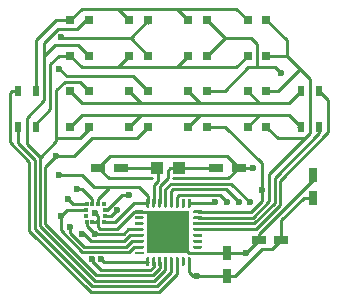
<source format=gbl>
G04 #@! TF.GenerationSoftware,KiCad,Pcbnew,5.1.6*
G04 #@! TF.CreationDate,2020-07-17T21:44:09+02:00*
G04 #@! TF.ProjectId,Watch,57617463-682e-46b6-9963-61645f706362,rev?*
G04 #@! TF.SameCoordinates,Original*
G04 #@! TF.FileFunction,Copper,L2,Bot*
G04 #@! TF.FilePolarity,Positive*
%FSLAX46Y46*%
G04 Gerber Fmt 4.6, Leading zero omitted, Abs format (unit mm)*
G04 Created by KiCad (PCBNEW 5.1.6) date 2020-07-17 21:44:09*
%MOMM*%
%LPD*%
G01*
G04 APERTURE LIST*
G04 #@! TA.AperFunction,SMDPad,CuDef*
%ADD10R,0.300000X0.350000*%
G04 #@! TD*
G04 #@! TA.AperFunction,SMDPad,CuDef*
%ADD11R,1.200000X0.750000*%
G04 #@! TD*
G04 #@! TA.AperFunction,SMDPad,CuDef*
%ADD12R,0.750000X1.200000*%
G04 #@! TD*
G04 #@! TA.AperFunction,SMDPad,CuDef*
%ADD13R,0.800000X0.800000*%
G04 #@! TD*
G04 #@! TA.AperFunction,SMDPad,CuDef*
%ADD14R,0.500000X0.900000*%
G04 #@! TD*
G04 #@! TA.AperFunction,SMDPad,CuDef*
%ADD15R,1.050000X1.100000*%
G04 #@! TD*
G04 #@! TA.AperFunction,SMDPad,CuDef*
%ADD16R,3.650000X3.650000*%
G04 #@! TD*
G04 #@! TA.AperFunction,ViaPad*
%ADD17C,0.600000*%
G04 #@! TD*
G04 #@! TA.AperFunction,Conductor*
%ADD18C,0.250000*%
G04 #@! TD*
G04 APERTURE END LIST*
D10*
X130543000Y-106557000D03*
X130543000Y-107057000D03*
X130568000Y-107582000D03*
X131068000Y-107582000D03*
X131568000Y-107582000D03*
X132068000Y-107582000D03*
X132093000Y-107057000D03*
X132093000Y-106557000D03*
X132068000Y-106032000D03*
X131568000Y-106032000D03*
X131068000Y-106032000D03*
X130568000Y-106032000D03*
D11*
X147061000Y-109093000D03*
X145161000Y-109093000D03*
D12*
X142494000Y-112136000D03*
X142494000Y-110236000D03*
X149733000Y-105537000D03*
X149733000Y-103637000D03*
D11*
X141550000Y-103000000D03*
X143450000Y-103000000D03*
X133450000Y-103000000D03*
X131550000Y-103000000D03*
D13*
X145800000Y-90500000D03*
X144200000Y-90500000D03*
X145800000Y-93500000D03*
X144200000Y-93500000D03*
X145800000Y-96500000D03*
X144200000Y-96500000D03*
X145800000Y-99500000D03*
X144200000Y-99500000D03*
X140800000Y-90500000D03*
X139200000Y-90500000D03*
X140800000Y-93500000D03*
X139200000Y-93500000D03*
X140800000Y-96500000D03*
X139200000Y-96500000D03*
X140800000Y-99500000D03*
X139200000Y-99500000D03*
X135800000Y-90500000D03*
X134200000Y-90500000D03*
X135800000Y-93500000D03*
X134200000Y-93500000D03*
X135800000Y-96500000D03*
X134200000Y-96500000D03*
X135800000Y-99500000D03*
X134200000Y-99500000D03*
X130800000Y-90500000D03*
X129200000Y-90500000D03*
X130800000Y-93500000D03*
X129200000Y-93500000D03*
X130800000Y-96500000D03*
X129200000Y-96500000D03*
X130800000Y-99500000D03*
X129200000Y-99500000D03*
D14*
X126250000Y-96500000D03*
X124750000Y-96500000D03*
X126250000Y-99500000D03*
X124750000Y-99500000D03*
X148750000Y-96500000D03*
X150250000Y-96500000D03*
X148750000Y-99500000D03*
X150250000Y-99500000D03*
D15*
X136575000Y-103000000D03*
X138425000Y-103000000D03*
G04 #@! TA.AperFunction,SMDPad,CuDef*
G36*
G01*
X135687500Y-105608000D02*
X135812500Y-105608000D01*
G75*
G02*
X135875000Y-105670500I0J-62500D01*
G01*
X135875000Y-106295500D01*
G75*
G02*
X135812500Y-106358000I-62500J0D01*
G01*
X135687500Y-106358000D01*
G75*
G02*
X135625000Y-106295500I0J62500D01*
G01*
X135625000Y-105670500D01*
G75*
G02*
X135687500Y-105608000I62500J0D01*
G01*
G37*
G04 #@! TD.AperFunction*
G04 #@! TA.AperFunction,SMDPad,CuDef*
G36*
G01*
X136187500Y-105608000D02*
X136312500Y-105608000D01*
G75*
G02*
X136375000Y-105670500I0J-62500D01*
G01*
X136375000Y-106295500D01*
G75*
G02*
X136312500Y-106358000I-62500J0D01*
G01*
X136187500Y-106358000D01*
G75*
G02*
X136125000Y-106295500I0J62500D01*
G01*
X136125000Y-105670500D01*
G75*
G02*
X136187500Y-105608000I62500J0D01*
G01*
G37*
G04 #@! TD.AperFunction*
G04 #@! TA.AperFunction,SMDPad,CuDef*
G36*
G01*
X136687500Y-105608000D02*
X136812500Y-105608000D01*
G75*
G02*
X136875000Y-105670500I0J-62500D01*
G01*
X136875000Y-106295500D01*
G75*
G02*
X136812500Y-106358000I-62500J0D01*
G01*
X136687500Y-106358000D01*
G75*
G02*
X136625000Y-106295500I0J62500D01*
G01*
X136625000Y-105670500D01*
G75*
G02*
X136687500Y-105608000I62500J0D01*
G01*
G37*
G04 #@! TD.AperFunction*
G04 #@! TA.AperFunction,SMDPad,CuDef*
G36*
G01*
X137187500Y-105608000D02*
X137312500Y-105608000D01*
G75*
G02*
X137375000Y-105670500I0J-62500D01*
G01*
X137375000Y-106295500D01*
G75*
G02*
X137312500Y-106358000I-62500J0D01*
G01*
X137187500Y-106358000D01*
G75*
G02*
X137125000Y-106295500I0J62500D01*
G01*
X137125000Y-105670500D01*
G75*
G02*
X137187500Y-105608000I62500J0D01*
G01*
G37*
G04 #@! TD.AperFunction*
G04 #@! TA.AperFunction,SMDPad,CuDef*
G36*
G01*
X137687500Y-105608000D02*
X137812500Y-105608000D01*
G75*
G02*
X137875000Y-105670500I0J-62500D01*
G01*
X137875000Y-106295500D01*
G75*
G02*
X137812500Y-106358000I-62500J0D01*
G01*
X137687500Y-106358000D01*
G75*
G02*
X137625000Y-106295500I0J62500D01*
G01*
X137625000Y-105670500D01*
G75*
G02*
X137687500Y-105608000I62500J0D01*
G01*
G37*
G04 #@! TD.AperFunction*
G04 #@! TA.AperFunction,SMDPad,CuDef*
G36*
G01*
X138187500Y-105608000D02*
X138312500Y-105608000D01*
G75*
G02*
X138375000Y-105670500I0J-62500D01*
G01*
X138375000Y-106295500D01*
G75*
G02*
X138312500Y-106358000I-62500J0D01*
G01*
X138187500Y-106358000D01*
G75*
G02*
X138125000Y-106295500I0J62500D01*
G01*
X138125000Y-105670500D01*
G75*
G02*
X138187500Y-105608000I62500J0D01*
G01*
G37*
G04 #@! TD.AperFunction*
G04 #@! TA.AperFunction,SMDPad,CuDef*
G36*
G01*
X138687500Y-105608000D02*
X138812500Y-105608000D01*
G75*
G02*
X138875000Y-105670500I0J-62500D01*
G01*
X138875000Y-106295500D01*
G75*
G02*
X138812500Y-106358000I-62500J0D01*
G01*
X138687500Y-106358000D01*
G75*
G02*
X138625000Y-106295500I0J62500D01*
G01*
X138625000Y-105670500D01*
G75*
G02*
X138687500Y-105608000I62500J0D01*
G01*
G37*
G04 #@! TD.AperFunction*
G04 #@! TA.AperFunction,SMDPad,CuDef*
G36*
G01*
X139187500Y-105608000D02*
X139312500Y-105608000D01*
G75*
G02*
X139375000Y-105670500I0J-62500D01*
G01*
X139375000Y-106295500D01*
G75*
G02*
X139312500Y-106358000I-62500J0D01*
G01*
X139187500Y-106358000D01*
G75*
G02*
X139125000Y-106295500I0J62500D01*
G01*
X139125000Y-105670500D01*
G75*
G02*
X139187500Y-105608000I62500J0D01*
G01*
G37*
G04 #@! TD.AperFunction*
G04 #@! TA.AperFunction,SMDPad,CuDef*
G36*
G01*
X139662500Y-106583000D02*
X140287500Y-106583000D01*
G75*
G02*
X140350000Y-106645500I0J-62500D01*
G01*
X140350000Y-106770500D01*
G75*
G02*
X140287500Y-106833000I-62500J0D01*
G01*
X139662500Y-106833000D01*
G75*
G02*
X139600000Y-106770500I0J62500D01*
G01*
X139600000Y-106645500D01*
G75*
G02*
X139662500Y-106583000I62500J0D01*
G01*
G37*
G04 #@! TD.AperFunction*
G04 #@! TA.AperFunction,SMDPad,CuDef*
G36*
G01*
X139662500Y-107083000D02*
X140287500Y-107083000D01*
G75*
G02*
X140350000Y-107145500I0J-62500D01*
G01*
X140350000Y-107270500D01*
G75*
G02*
X140287500Y-107333000I-62500J0D01*
G01*
X139662500Y-107333000D01*
G75*
G02*
X139600000Y-107270500I0J62500D01*
G01*
X139600000Y-107145500D01*
G75*
G02*
X139662500Y-107083000I62500J0D01*
G01*
G37*
G04 #@! TD.AperFunction*
G04 #@! TA.AperFunction,SMDPad,CuDef*
G36*
G01*
X139662500Y-107583000D02*
X140287500Y-107583000D01*
G75*
G02*
X140350000Y-107645500I0J-62500D01*
G01*
X140350000Y-107770500D01*
G75*
G02*
X140287500Y-107833000I-62500J0D01*
G01*
X139662500Y-107833000D01*
G75*
G02*
X139600000Y-107770500I0J62500D01*
G01*
X139600000Y-107645500D01*
G75*
G02*
X139662500Y-107583000I62500J0D01*
G01*
G37*
G04 #@! TD.AperFunction*
G04 #@! TA.AperFunction,SMDPad,CuDef*
G36*
G01*
X139662500Y-108083000D02*
X140287500Y-108083000D01*
G75*
G02*
X140350000Y-108145500I0J-62500D01*
G01*
X140350000Y-108270500D01*
G75*
G02*
X140287500Y-108333000I-62500J0D01*
G01*
X139662500Y-108333000D01*
G75*
G02*
X139600000Y-108270500I0J62500D01*
G01*
X139600000Y-108145500D01*
G75*
G02*
X139662500Y-108083000I62500J0D01*
G01*
G37*
G04 #@! TD.AperFunction*
G04 #@! TA.AperFunction,SMDPad,CuDef*
G36*
G01*
X139662500Y-108583000D02*
X140287500Y-108583000D01*
G75*
G02*
X140350000Y-108645500I0J-62500D01*
G01*
X140350000Y-108770500D01*
G75*
G02*
X140287500Y-108833000I-62500J0D01*
G01*
X139662500Y-108833000D01*
G75*
G02*
X139600000Y-108770500I0J62500D01*
G01*
X139600000Y-108645500D01*
G75*
G02*
X139662500Y-108583000I62500J0D01*
G01*
G37*
G04 #@! TD.AperFunction*
G04 #@! TA.AperFunction,SMDPad,CuDef*
G36*
G01*
X139662500Y-109083000D02*
X140287500Y-109083000D01*
G75*
G02*
X140350000Y-109145500I0J-62500D01*
G01*
X140350000Y-109270500D01*
G75*
G02*
X140287500Y-109333000I-62500J0D01*
G01*
X139662500Y-109333000D01*
G75*
G02*
X139600000Y-109270500I0J62500D01*
G01*
X139600000Y-109145500D01*
G75*
G02*
X139662500Y-109083000I62500J0D01*
G01*
G37*
G04 #@! TD.AperFunction*
G04 #@! TA.AperFunction,SMDPad,CuDef*
G36*
G01*
X139662500Y-109583000D02*
X140287500Y-109583000D01*
G75*
G02*
X140350000Y-109645500I0J-62500D01*
G01*
X140350000Y-109770500D01*
G75*
G02*
X140287500Y-109833000I-62500J0D01*
G01*
X139662500Y-109833000D01*
G75*
G02*
X139600000Y-109770500I0J62500D01*
G01*
X139600000Y-109645500D01*
G75*
G02*
X139662500Y-109583000I62500J0D01*
G01*
G37*
G04 #@! TD.AperFunction*
G04 #@! TA.AperFunction,SMDPad,CuDef*
G36*
G01*
X139662500Y-110083000D02*
X140287500Y-110083000D01*
G75*
G02*
X140350000Y-110145500I0J-62500D01*
G01*
X140350000Y-110270500D01*
G75*
G02*
X140287500Y-110333000I-62500J0D01*
G01*
X139662500Y-110333000D01*
G75*
G02*
X139600000Y-110270500I0J62500D01*
G01*
X139600000Y-110145500D01*
G75*
G02*
X139662500Y-110083000I62500J0D01*
G01*
G37*
G04 #@! TD.AperFunction*
G04 #@! TA.AperFunction,SMDPad,CuDef*
G36*
G01*
X139187500Y-110558000D02*
X139312500Y-110558000D01*
G75*
G02*
X139375000Y-110620500I0J-62500D01*
G01*
X139375000Y-111245500D01*
G75*
G02*
X139312500Y-111308000I-62500J0D01*
G01*
X139187500Y-111308000D01*
G75*
G02*
X139125000Y-111245500I0J62500D01*
G01*
X139125000Y-110620500D01*
G75*
G02*
X139187500Y-110558000I62500J0D01*
G01*
G37*
G04 #@! TD.AperFunction*
G04 #@! TA.AperFunction,SMDPad,CuDef*
G36*
G01*
X138687500Y-110558000D02*
X138812500Y-110558000D01*
G75*
G02*
X138875000Y-110620500I0J-62500D01*
G01*
X138875000Y-111245500D01*
G75*
G02*
X138812500Y-111308000I-62500J0D01*
G01*
X138687500Y-111308000D01*
G75*
G02*
X138625000Y-111245500I0J62500D01*
G01*
X138625000Y-110620500D01*
G75*
G02*
X138687500Y-110558000I62500J0D01*
G01*
G37*
G04 #@! TD.AperFunction*
G04 #@! TA.AperFunction,SMDPad,CuDef*
G36*
G01*
X138187500Y-110558000D02*
X138312500Y-110558000D01*
G75*
G02*
X138375000Y-110620500I0J-62500D01*
G01*
X138375000Y-111245500D01*
G75*
G02*
X138312500Y-111308000I-62500J0D01*
G01*
X138187500Y-111308000D01*
G75*
G02*
X138125000Y-111245500I0J62500D01*
G01*
X138125000Y-110620500D01*
G75*
G02*
X138187500Y-110558000I62500J0D01*
G01*
G37*
G04 #@! TD.AperFunction*
G04 #@! TA.AperFunction,SMDPad,CuDef*
G36*
G01*
X137687500Y-110558000D02*
X137812500Y-110558000D01*
G75*
G02*
X137875000Y-110620500I0J-62500D01*
G01*
X137875000Y-111245500D01*
G75*
G02*
X137812500Y-111308000I-62500J0D01*
G01*
X137687500Y-111308000D01*
G75*
G02*
X137625000Y-111245500I0J62500D01*
G01*
X137625000Y-110620500D01*
G75*
G02*
X137687500Y-110558000I62500J0D01*
G01*
G37*
G04 #@! TD.AperFunction*
G04 #@! TA.AperFunction,SMDPad,CuDef*
G36*
G01*
X137187500Y-110558000D02*
X137312500Y-110558000D01*
G75*
G02*
X137375000Y-110620500I0J-62500D01*
G01*
X137375000Y-111245500D01*
G75*
G02*
X137312500Y-111308000I-62500J0D01*
G01*
X137187500Y-111308000D01*
G75*
G02*
X137125000Y-111245500I0J62500D01*
G01*
X137125000Y-110620500D01*
G75*
G02*
X137187500Y-110558000I62500J0D01*
G01*
G37*
G04 #@! TD.AperFunction*
G04 #@! TA.AperFunction,SMDPad,CuDef*
G36*
G01*
X136687500Y-110558000D02*
X136812500Y-110558000D01*
G75*
G02*
X136875000Y-110620500I0J-62500D01*
G01*
X136875000Y-111245500D01*
G75*
G02*
X136812500Y-111308000I-62500J0D01*
G01*
X136687500Y-111308000D01*
G75*
G02*
X136625000Y-111245500I0J62500D01*
G01*
X136625000Y-110620500D01*
G75*
G02*
X136687500Y-110558000I62500J0D01*
G01*
G37*
G04 #@! TD.AperFunction*
G04 #@! TA.AperFunction,SMDPad,CuDef*
G36*
G01*
X136187500Y-110558000D02*
X136312500Y-110558000D01*
G75*
G02*
X136375000Y-110620500I0J-62500D01*
G01*
X136375000Y-111245500D01*
G75*
G02*
X136312500Y-111308000I-62500J0D01*
G01*
X136187500Y-111308000D01*
G75*
G02*
X136125000Y-111245500I0J62500D01*
G01*
X136125000Y-110620500D01*
G75*
G02*
X136187500Y-110558000I62500J0D01*
G01*
G37*
G04 #@! TD.AperFunction*
G04 #@! TA.AperFunction,SMDPad,CuDef*
G36*
G01*
X135687500Y-110558000D02*
X135812500Y-110558000D01*
G75*
G02*
X135875000Y-110620500I0J-62500D01*
G01*
X135875000Y-111245500D01*
G75*
G02*
X135812500Y-111308000I-62500J0D01*
G01*
X135687500Y-111308000D01*
G75*
G02*
X135625000Y-111245500I0J62500D01*
G01*
X135625000Y-110620500D01*
G75*
G02*
X135687500Y-110558000I62500J0D01*
G01*
G37*
G04 #@! TD.AperFunction*
G04 #@! TA.AperFunction,SMDPad,CuDef*
G36*
G01*
X134712500Y-110083000D02*
X135337500Y-110083000D01*
G75*
G02*
X135400000Y-110145500I0J-62500D01*
G01*
X135400000Y-110270500D01*
G75*
G02*
X135337500Y-110333000I-62500J0D01*
G01*
X134712500Y-110333000D01*
G75*
G02*
X134650000Y-110270500I0J62500D01*
G01*
X134650000Y-110145500D01*
G75*
G02*
X134712500Y-110083000I62500J0D01*
G01*
G37*
G04 #@! TD.AperFunction*
G04 #@! TA.AperFunction,SMDPad,CuDef*
G36*
G01*
X134712500Y-109583000D02*
X135337500Y-109583000D01*
G75*
G02*
X135400000Y-109645500I0J-62500D01*
G01*
X135400000Y-109770500D01*
G75*
G02*
X135337500Y-109833000I-62500J0D01*
G01*
X134712500Y-109833000D01*
G75*
G02*
X134650000Y-109770500I0J62500D01*
G01*
X134650000Y-109645500D01*
G75*
G02*
X134712500Y-109583000I62500J0D01*
G01*
G37*
G04 #@! TD.AperFunction*
G04 #@! TA.AperFunction,SMDPad,CuDef*
G36*
G01*
X134712500Y-109083000D02*
X135337500Y-109083000D01*
G75*
G02*
X135400000Y-109145500I0J-62500D01*
G01*
X135400000Y-109270500D01*
G75*
G02*
X135337500Y-109333000I-62500J0D01*
G01*
X134712500Y-109333000D01*
G75*
G02*
X134650000Y-109270500I0J62500D01*
G01*
X134650000Y-109145500D01*
G75*
G02*
X134712500Y-109083000I62500J0D01*
G01*
G37*
G04 #@! TD.AperFunction*
G04 #@! TA.AperFunction,SMDPad,CuDef*
G36*
G01*
X134712500Y-108583000D02*
X135337500Y-108583000D01*
G75*
G02*
X135400000Y-108645500I0J-62500D01*
G01*
X135400000Y-108770500D01*
G75*
G02*
X135337500Y-108833000I-62500J0D01*
G01*
X134712500Y-108833000D01*
G75*
G02*
X134650000Y-108770500I0J62500D01*
G01*
X134650000Y-108645500D01*
G75*
G02*
X134712500Y-108583000I62500J0D01*
G01*
G37*
G04 #@! TD.AperFunction*
G04 #@! TA.AperFunction,SMDPad,CuDef*
G36*
G01*
X134712500Y-108083000D02*
X135337500Y-108083000D01*
G75*
G02*
X135400000Y-108145500I0J-62500D01*
G01*
X135400000Y-108270500D01*
G75*
G02*
X135337500Y-108333000I-62500J0D01*
G01*
X134712500Y-108333000D01*
G75*
G02*
X134650000Y-108270500I0J62500D01*
G01*
X134650000Y-108145500D01*
G75*
G02*
X134712500Y-108083000I62500J0D01*
G01*
G37*
G04 #@! TD.AperFunction*
G04 #@! TA.AperFunction,SMDPad,CuDef*
G36*
G01*
X134712500Y-107583000D02*
X135337500Y-107583000D01*
G75*
G02*
X135400000Y-107645500I0J-62500D01*
G01*
X135400000Y-107770500D01*
G75*
G02*
X135337500Y-107833000I-62500J0D01*
G01*
X134712500Y-107833000D01*
G75*
G02*
X134650000Y-107770500I0J62500D01*
G01*
X134650000Y-107645500D01*
G75*
G02*
X134712500Y-107583000I62500J0D01*
G01*
G37*
G04 #@! TD.AperFunction*
G04 #@! TA.AperFunction,SMDPad,CuDef*
G36*
G01*
X134712500Y-107083000D02*
X135337500Y-107083000D01*
G75*
G02*
X135400000Y-107145500I0J-62500D01*
G01*
X135400000Y-107270500D01*
G75*
G02*
X135337500Y-107333000I-62500J0D01*
G01*
X134712500Y-107333000D01*
G75*
G02*
X134650000Y-107270500I0J62500D01*
G01*
X134650000Y-107145500D01*
G75*
G02*
X134712500Y-107083000I62500J0D01*
G01*
G37*
G04 #@! TD.AperFunction*
G04 #@! TA.AperFunction,SMDPad,CuDef*
G36*
G01*
X134712500Y-106583000D02*
X135337500Y-106583000D01*
G75*
G02*
X135400000Y-106645500I0J-62500D01*
G01*
X135400000Y-106770500D01*
G75*
G02*
X135337500Y-106833000I-62500J0D01*
G01*
X134712500Y-106833000D01*
G75*
G02*
X134650000Y-106770500I0J62500D01*
G01*
X134650000Y-106645500D01*
G75*
G02*
X134712500Y-106583000I62500J0D01*
G01*
G37*
G04 #@! TD.AperFunction*
D16*
X137500000Y-108458000D03*
D17*
X128270000Y-103632000D03*
X143510000Y-105918000D03*
X139954000Y-112141000D03*
X131318000Y-106807000D03*
X144653000Y-102997000D03*
X144046000Y-110208000D03*
X129032000Y-105664000D03*
X129168990Y-108006575D03*
X128397000Y-107061000D03*
X144398730Y-105917730D03*
X129794000Y-104775000D03*
X130175000Y-108585000D03*
X134149906Y-105320906D03*
X142494000Y-105918000D03*
X133133906Y-106590906D03*
X141478000Y-105918000D03*
X131247247Y-108594990D03*
X147000000Y-95000000D03*
X145413968Y-104901988D03*
X128000000Y-102000000D03*
X128270000Y-94615000D03*
X128397000Y-91948000D03*
X131027449Y-110730471D03*
X131827452Y-110734149D03*
D18*
X135050000Y-104648000D02*
X135750000Y-105348000D01*
X135750000Y-105348000D02*
X135750000Y-105983000D01*
X133858000Y-104648000D02*
X135050000Y-104648000D01*
X131818000Y-104648000D02*
X131191000Y-104648000D01*
X131191000Y-104648000D02*
X130175000Y-103632000D01*
X130175000Y-103632000D02*
X128270000Y-103632000D01*
X131568000Y-106032000D02*
X131568000Y-105607000D01*
X132461000Y-104648000D02*
X133858000Y-104648000D01*
X131818000Y-104648000D02*
X132461000Y-104648000D01*
X132461000Y-104714000D02*
X131568000Y-105607000D01*
X132461000Y-104648000D02*
X132461000Y-104714000D01*
X137750000Y-104948410D02*
X137912390Y-104786020D01*
X137750000Y-105983000D02*
X137750000Y-104948410D01*
X134555000Y-105983000D02*
X135750000Y-105983000D01*
X132956000Y-107582000D02*
X134555000Y-105983000D01*
X132068000Y-107582000D02*
X132956000Y-107582000D01*
X142378020Y-104786020D02*
X143510000Y-105918000D01*
X142228980Y-104786020D02*
X142378020Y-104786020D01*
X137912390Y-104786020D02*
X142228980Y-104786020D01*
X139250000Y-110933000D02*
X139250000Y-111818000D01*
X139568000Y-112136000D02*
X139250000Y-111818000D01*
X139949000Y-112136000D02*
X139954000Y-112141000D01*
X139954000Y-112141000D02*
X139568000Y-112136000D01*
X142494000Y-112136000D02*
X139949000Y-112136000D01*
X147061000Y-109093000D02*
X146299000Y-109855000D01*
X146299000Y-109855000D02*
X145415000Y-109855000D01*
X143134000Y-112136000D02*
X142494000Y-112136000D01*
X145415000Y-109855000D02*
X143134000Y-112136000D01*
X147061000Y-109093000D02*
X147061000Y-107447000D01*
X148971000Y-105537000D02*
X149733000Y-105537000D01*
X147061000Y-107447000D02*
X148971000Y-105537000D01*
X132750000Y-102000000D02*
X142000000Y-102000000D01*
X132750000Y-102000000D02*
X132550000Y-102000000D01*
X142450000Y-102000000D02*
X143450000Y-103000000D01*
X132550000Y-102000000D02*
X131550000Y-103000000D01*
X142000000Y-102000000D02*
X142450000Y-102000000D01*
X142450000Y-102000000D02*
X143450000Y-103000000D01*
X131068000Y-107582000D02*
X131568000Y-107582000D01*
X131550000Y-103000000D02*
X132436000Y-103886000D01*
X132436000Y-103886000D02*
X135763000Y-103886000D01*
X143450000Y-103000000D02*
X142564000Y-103886000D01*
X142564000Y-103886000D02*
X138049000Y-103886000D01*
X138049000Y-103886000D02*
X137875011Y-103886000D01*
X135763000Y-103886000D02*
X136144000Y-103886000D01*
X135750000Y-106708000D02*
X137500000Y-108458000D01*
X135025000Y-106708000D02*
X135750000Y-106708000D01*
X139250000Y-110208000D02*
X137500000Y-108458000D01*
X139975000Y-110208000D02*
X139250000Y-110208000D01*
X131568000Y-107582000D02*
X131568000Y-107057000D01*
X131568000Y-107057000D02*
X131318000Y-106807000D01*
X131568000Y-107582000D02*
X131568000Y-108007000D01*
X131568000Y-108007000D02*
X131705979Y-108144979D01*
X131705979Y-108144979D02*
X133164632Y-108144979D01*
X133164632Y-108144979D02*
X134601611Y-106708000D01*
X134601611Y-106708000D02*
X135025000Y-106708000D01*
X144399000Y-109855000D02*
X145161000Y-109093000D01*
X144046000Y-110208000D02*
X144399000Y-109855000D01*
X143411000Y-110208000D02*
X144046000Y-110208000D01*
X139975000Y-110208000D02*
X143411000Y-110208000D01*
X143411000Y-110208000D02*
X143538000Y-110208000D01*
X144650000Y-103000000D02*
X144653000Y-102997000D01*
X143450000Y-103000000D02*
X144650000Y-103000000D01*
X145161000Y-108585000D02*
X145161000Y-109093000D01*
X149733000Y-104013000D02*
X145161000Y-108585000D01*
X149733000Y-103637000D02*
X149733000Y-104013000D01*
X138225000Y-89525000D02*
X143225000Y-89525000D01*
X143225000Y-89525000D02*
X144200000Y-90500000D01*
X138225000Y-89525000D02*
X139200000Y-90500000D01*
X129200000Y-90500000D02*
X129250000Y-90500000D01*
X133225000Y-89525000D02*
X134200000Y-90500000D01*
X127964000Y-90500000D02*
X128321000Y-90500000D01*
X126250000Y-92214000D02*
X127964000Y-90500000D01*
X128321000Y-90500000D02*
X129200000Y-90500000D01*
X126250000Y-96500000D02*
X126250000Y-92214000D01*
X133225000Y-89525000D02*
X133741000Y-89525000D01*
X133741000Y-89525000D02*
X134102000Y-89525000D01*
X134102000Y-89525000D02*
X138225000Y-89525000D01*
X129200000Y-90500000D02*
X130175000Y-89525000D01*
X130175000Y-89525000D02*
X130566000Y-89525000D01*
X130566000Y-89525000D02*
X130275000Y-89525000D01*
X134102000Y-89525000D02*
X130566000Y-89525000D01*
X138225000Y-94475000D02*
X143225000Y-94475000D01*
X143225000Y-94475000D02*
X144200000Y-93500000D01*
X133225000Y-94475000D02*
X138225000Y-94475000D01*
X138225000Y-94475000D02*
X139200000Y-93500000D01*
X133225000Y-94475000D02*
X134200000Y-93500000D01*
X126250000Y-99500000D02*
X126250000Y-99250000D01*
X126250000Y-99250000D02*
X127500000Y-98000000D01*
X127500000Y-98000000D02*
X127500000Y-95200000D01*
X127500000Y-95200000D02*
X127500000Y-94242000D01*
X128242000Y-93500000D02*
X129200000Y-93500000D01*
X127500000Y-94242000D02*
X128242000Y-93500000D01*
X129200000Y-93500000D02*
X129200000Y-93513000D01*
X130162000Y-94475000D02*
X130289000Y-94475000D01*
X129200000Y-93513000D02*
X130162000Y-94475000D01*
X130289000Y-94475000D02*
X133225000Y-94475000D01*
X136250000Y-97500000D02*
X130200000Y-97500000D01*
X130200000Y-97500000D02*
X129200000Y-96500000D01*
X140250000Y-97500000D02*
X136250000Y-97500000D01*
X136250000Y-97500000D02*
X135200000Y-97500000D01*
X135200000Y-97500000D02*
X134200000Y-96500000D01*
X145200000Y-97500000D02*
X147750000Y-97500000D01*
X147750000Y-97500000D02*
X148750000Y-96500000D01*
X145200000Y-97500000D02*
X140250000Y-97500000D01*
X140250000Y-97500000D02*
X140200000Y-97500000D01*
X140200000Y-97500000D02*
X139200000Y-96500000D01*
X145200000Y-97500000D02*
X144200000Y-96500000D01*
X145250000Y-98500000D02*
X147750000Y-98500000D01*
X147750000Y-98500000D02*
X148750000Y-99500000D01*
X135200000Y-98500000D02*
X130200000Y-98500000D01*
X130200000Y-98500000D02*
X129200000Y-99500000D01*
X140250000Y-98500000D02*
X135200000Y-98500000D01*
X135200000Y-98500000D02*
X134200000Y-99500000D01*
X145250000Y-98500000D02*
X140250000Y-98500000D01*
X140250000Y-98500000D02*
X140200000Y-98500000D01*
X140200000Y-98500000D02*
X139200000Y-99500000D01*
X148750000Y-99500000D02*
X148500000Y-99500000D01*
X145250000Y-98500000D02*
X145200000Y-98500000D01*
X145200000Y-98500000D02*
X144200000Y-99500000D01*
X144200000Y-99500000D02*
X144200000Y-99700000D01*
X139200000Y-99500000D02*
X139200000Y-99700000D01*
X130568000Y-106032000D02*
X129400000Y-106032000D01*
X129400000Y-106032000D02*
X129032000Y-105664000D01*
X129168990Y-108503994D02*
X129168990Y-108006575D01*
X130337121Y-109672125D02*
X129168990Y-108503994D01*
X133919518Y-109672125D02*
X130337121Y-109672125D01*
X134383643Y-109208000D02*
X133919518Y-109672125D01*
X135025000Y-109208000D02*
X134383643Y-109208000D01*
X130543000Y-106557000D02*
X128901000Y-106557000D01*
X128901000Y-106557000D02*
X128397000Y-107061000D01*
X134601978Y-109708000D02*
X135025000Y-109708000D01*
X134204509Y-110105469D02*
X134601978Y-109708000D01*
X128397000Y-108297704D02*
X130204765Y-110105469D01*
X128397000Y-107061000D02*
X128397000Y-108297704D01*
X130204765Y-110105469D02*
X134204509Y-110105469D01*
X137725990Y-104336010D02*
X142817010Y-104336010D01*
X137250000Y-105983000D02*
X137250000Y-104812000D01*
X142817010Y-104336010D02*
X144398730Y-105917730D01*
X137250000Y-104812000D02*
X137725990Y-104336010D01*
X131068000Y-105621998D02*
X131068000Y-106032000D01*
X130221002Y-104775000D02*
X131068000Y-105621998D01*
X129794000Y-104775000D02*
X130221002Y-104775000D01*
X134489000Y-108708000D02*
X135025000Y-108708000D01*
X134263851Y-108708000D02*
X134489000Y-108708000D01*
X134247233Y-108708000D02*
X134489000Y-108708000D01*
X133735242Y-109219991D02*
X134247233Y-108708000D01*
X130312255Y-108585000D02*
X130947246Y-109219991D01*
X130175000Y-108585000D02*
X130312255Y-108585000D01*
X133730991Y-109219991D02*
X133735242Y-109219991D01*
X130947246Y-109219991D02*
X133730991Y-109219991D01*
X134242982Y-108708000D02*
X133730991Y-109219991D01*
X135025000Y-108708000D02*
X134242982Y-108708000D01*
X138425000Y-103000000D02*
X141550000Y-103000000D01*
X138425000Y-103000000D02*
X137650000Y-103000000D01*
X137650000Y-103000000D02*
X137425001Y-103224999D01*
X137425001Y-103224999D02*
X137425001Y-103877821D01*
X137425001Y-103877821D02*
X136750000Y-104552822D01*
X136750000Y-104552822D02*
X136750000Y-105348000D01*
X136750000Y-105348000D02*
X136750000Y-105983000D01*
X136575000Y-103000000D02*
X133450000Y-103000000D01*
X136250000Y-105348000D02*
X136250000Y-104416411D01*
X136250000Y-104416411D02*
X136594011Y-104072400D01*
X136594011Y-103019011D02*
X136575000Y-103000000D01*
X136594011Y-104072400D02*
X136594011Y-103019011D01*
X136250000Y-105348000D02*
X136250000Y-105983000D01*
X132093000Y-106557000D02*
X132316810Y-106557000D01*
X133552904Y-105320906D02*
X134149906Y-105320906D01*
X132316810Y-106557000D02*
X133552904Y-105320906D01*
X138430000Y-105283000D02*
X138250000Y-105463000D01*
X138250000Y-105463000D02*
X138250000Y-105983000D01*
X141478000Y-105283000D02*
X141859000Y-105283000D01*
X141859000Y-105283000D02*
X142494000Y-105918000D01*
X141478000Y-105283000D02*
X138430000Y-105283000D01*
X132093000Y-107057000D02*
X132460153Y-107057000D01*
X132093000Y-107057000D02*
X132667812Y-107057000D01*
X132667812Y-107057000D02*
X133133906Y-106590906D01*
X141413000Y-105983000D02*
X141478000Y-105918000D01*
X139250000Y-105983000D02*
X141413000Y-105983000D01*
X130568000Y-107915743D02*
X131247247Y-108594990D01*
X130568000Y-107582000D02*
X130568000Y-107915743D01*
X131247247Y-108594990D02*
X133719582Y-108594990D01*
X133719582Y-108594990D02*
X134106572Y-108208000D01*
X134106572Y-108208000D02*
X135025000Y-108208000D01*
X145800000Y-96500000D02*
X146750000Y-96500000D01*
X146750000Y-96500000D02*
X148625000Y-94625000D01*
X147500000Y-93500000D02*
X147500000Y-92200000D01*
X147500000Y-92200000D02*
X145800000Y-90500000D01*
X147500000Y-93500000D02*
X145800000Y-93500000D01*
X148625000Y-94625000D02*
X147500000Y-93500000D01*
X149500000Y-100052179D02*
X149500000Y-95500000D01*
X149500000Y-95500000D02*
X148625000Y-94625000D01*
X146050000Y-99750000D02*
X145800000Y-99500000D01*
X149096590Y-100455590D02*
X147067410Y-100455590D01*
X149096590Y-100455590D02*
X149500000Y-100052179D01*
X144628770Y-107208000D02*
X146038978Y-105797792D01*
X139975000Y-107208000D02*
X144628770Y-107208000D01*
X146755590Y-100455590D02*
X145800000Y-99500000D01*
X147067410Y-100455590D02*
X146755590Y-100455590D01*
X149096590Y-100455590D02*
X149096590Y-100458410D01*
X149096590Y-100458410D02*
X146038978Y-103516022D01*
X146038978Y-105797792D02*
X146038978Y-103516022D01*
X146500000Y-94500000D02*
X145000000Y-94500000D01*
X147000000Y-95000000D02*
X146500000Y-94500000D01*
X140800000Y-99500000D02*
X140750000Y-99500000D01*
X140800000Y-99500000D02*
X141000000Y-99500000D01*
X145000000Y-94500000D02*
X144250000Y-94500000D01*
X142250000Y-96500000D02*
X140800000Y-96500000D01*
X144250000Y-94500000D02*
X142250000Y-96500000D01*
X142275000Y-92025000D02*
X142275000Y-91975000D01*
X142275000Y-91975000D02*
X140800000Y-90500000D01*
X142300000Y-92000000D02*
X142275000Y-92025000D01*
X142275000Y-92025000D02*
X140800000Y-93500000D01*
X144500000Y-92000000D02*
X142300000Y-92000000D01*
X145000000Y-92500000D02*
X144500000Y-92000000D01*
X145000000Y-94500000D02*
X145000000Y-92500000D01*
X142299000Y-99500000D02*
X145413968Y-102614968D01*
X145413968Y-102614968D02*
X145413968Y-104901988D01*
X140800000Y-99500000D02*
X142299000Y-99500000D01*
X145413968Y-105786392D02*
X145413968Y-104901988D01*
X144492359Y-106708000D02*
X145413968Y-105786392D01*
X139975000Y-106708000D02*
X144492359Y-106708000D01*
X134800000Y-100500000D02*
X135800000Y-99500000D01*
X135800000Y-99500000D02*
X135750000Y-99500000D01*
X131000000Y-100500000D02*
X134800000Y-100500000D01*
X134300000Y-92000000D02*
X135800000Y-93500000D01*
X134300000Y-92000000D02*
X135800000Y-90500000D01*
X135800000Y-96500000D02*
X135750000Y-96500000D01*
X135750000Y-96500000D02*
X134500000Y-95250000D01*
X135800000Y-93500000D02*
X135750000Y-93500000D01*
X135800000Y-90500000D02*
X135800000Y-90700000D01*
X130500000Y-95250000D02*
X134500000Y-95250000D01*
X129500000Y-102000000D02*
X131000000Y-100500000D01*
X128000000Y-102000000D02*
X129500000Y-102000000D01*
X127075011Y-102924989D02*
X128000000Y-102000000D01*
X131410465Y-112083011D02*
X127075011Y-107747557D01*
X136159422Y-112083011D02*
X131410465Y-112083011D01*
X136750000Y-111492433D02*
X136159422Y-112083011D01*
X127075011Y-107747557D02*
X127075011Y-102924989D01*
X136750000Y-110933000D02*
X136750000Y-111492433D01*
X130500000Y-95250000D02*
X128905000Y-95250000D01*
X128905000Y-95250000D02*
X128270000Y-94615000D01*
X128449000Y-92000000D02*
X128397000Y-91948000D01*
X134300000Y-92000000D02*
X128449000Y-92000000D01*
X128000000Y-100750000D02*
X128000000Y-100500000D01*
X128000000Y-100500000D02*
X130000000Y-100500000D01*
X130000000Y-100500000D02*
X130800000Y-99700000D01*
X130800000Y-99700000D02*
X130800000Y-99500000D01*
X128000000Y-100750000D02*
X126625000Y-102125000D01*
X137250000Y-111628844D02*
X137250000Y-110933000D01*
X136304366Y-112574478D02*
X137250000Y-111628844D01*
X131265522Y-112574478D02*
X136304366Y-112574478D01*
X126625000Y-107933956D02*
X131265522Y-112574478D01*
X126625000Y-102125000D02*
X126625000Y-107933956D01*
X125500000Y-98750000D02*
X127000000Y-97250000D01*
X127000000Y-97250000D02*
X127000000Y-93500000D01*
X125500000Y-100987590D02*
X125500000Y-98750000D01*
X126624999Y-102112589D02*
X125500000Y-100987590D01*
X126625000Y-102125000D02*
X126624999Y-102112589D01*
X128718600Y-95700011D02*
X130000011Y-95700011D01*
X128000000Y-100500000D02*
X128000000Y-96418611D01*
X128000000Y-96418611D02*
X128718600Y-95700011D01*
X130000011Y-95700011D02*
X130800000Y-96500000D01*
X129873002Y-92573002D02*
X130800000Y-93500000D01*
X127000000Y-92419996D02*
X127000000Y-93500000D01*
X130500000Y-90500000D02*
X129756011Y-91243989D01*
X129756011Y-91243989D02*
X128176007Y-91243989D01*
X127926998Y-92573002D02*
X129873002Y-92573002D01*
X128176007Y-91243989D02*
X127000000Y-92419996D01*
X127000000Y-93500000D02*
X127926998Y-92573002D01*
X130800000Y-90500000D02*
X130500000Y-90500000D01*
X138250000Y-111961000D02*
X138250000Y-110933000D01*
X130937000Y-113538000D02*
X136673000Y-113538000D01*
X125724980Y-108325980D02*
X130937000Y-113538000D01*
X125724980Y-102485390D02*
X125724980Y-108325980D01*
X124048485Y-100808895D02*
X125724980Y-102485390D01*
X124048485Y-96701515D02*
X124048485Y-100808895D01*
X124250000Y-96500000D02*
X124048485Y-96701515D01*
X136673000Y-113538000D02*
X138250000Y-111961000D01*
X124750000Y-96500000D02*
X124250000Y-96500000D01*
X124750000Y-100874000D02*
X124750000Y-99500000D01*
X137750000Y-110933000D02*
X137750000Y-111805000D01*
X131064705Y-113029295D02*
X126174990Y-108139580D01*
X137750000Y-111805000D02*
X136525705Y-113029295D01*
X136525705Y-113029295D02*
X131064705Y-113029295D01*
X126174990Y-108139580D02*
X126174990Y-102298990D01*
X126174990Y-102298990D02*
X124750000Y-100874000D01*
X146939000Y-106170590D02*
X146939000Y-104096002D01*
X139975000Y-108208000D02*
X144901589Y-108208000D01*
X144901589Y-108208000D02*
X146939000Y-106170590D01*
X151044501Y-97294501D02*
X151017500Y-97267500D01*
X151044501Y-99990501D02*
X151044501Y-97294501D01*
X151017500Y-97267500D02*
X150250000Y-96500000D01*
X146939000Y-104096002D02*
X151044501Y-99990501D01*
X150250000Y-100067000D02*
X150250000Y-99500000D01*
X146488989Y-103828011D02*
X150250000Y-100067000D01*
X144765180Y-107708000D02*
X146488989Y-105984191D01*
X146488989Y-105984191D02*
X146488989Y-103828011D01*
X139975000Y-107708000D02*
X144765180Y-107708000D01*
X135973022Y-111633000D02*
X131771156Y-111633000D01*
X136250000Y-110933000D02*
X136250000Y-111356022D01*
X131027449Y-110889293D02*
X131027449Y-110730471D01*
X136250000Y-111356022D02*
X135973022Y-111633000D01*
X131771156Y-111633000D02*
X131027449Y-110889293D01*
X132026303Y-110933000D02*
X131827452Y-110734149D01*
X135750000Y-110933000D02*
X132026303Y-110933000D01*
M02*

</source>
